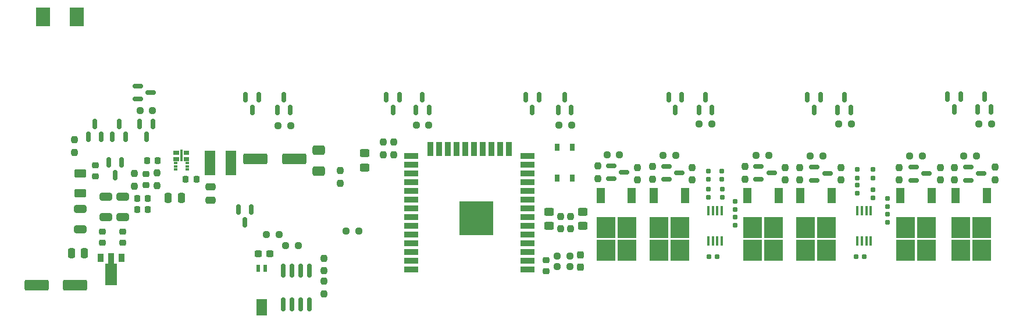
<source format=gbr>
%TF.GenerationSoftware,KiCad,Pcbnew,(6.0.7)*%
%TF.CreationDate,2023-04-19T22:26:27+02:00*%
%TF.ProjectId,mainboard,6d61696e-626f-4617-9264-2e6b69636164,rev?*%
%TF.SameCoordinates,Original*%
%TF.FileFunction,Paste,Top*%
%TF.FilePolarity,Positive*%
%FSLAX46Y46*%
G04 Gerber Fmt 4.6, Leading zero omitted, Abs format (unit mm)*
G04 Created by KiCad (PCBNEW (6.0.7)) date 2023-04-19 22:26:27*
%MOMM*%
%LPD*%
G01*
G04 APERTURE LIST*
G04 Aperture macros list*
%AMRoundRect*
0 Rectangle with rounded corners*
0 $1 Rounding radius*
0 $2 $3 $4 $5 $6 $7 $8 $9 X,Y pos of 4 corners*
0 Add a 4 corners polygon primitive as box body*
4,1,4,$2,$3,$4,$5,$6,$7,$8,$9,$2,$3,0*
0 Add four circle primitives for the rounded corners*
1,1,$1+$1,$2,$3*
1,1,$1+$1,$4,$5*
1,1,$1+$1,$6,$7*
1,1,$1+$1,$8,$9*
0 Add four rect primitives between the rounded corners*
20,1,$1+$1,$2,$3,$4,$5,0*
20,1,$1+$1,$4,$5,$6,$7,0*
20,1,$1+$1,$6,$7,$8,$9,0*
20,1,$1+$1,$8,$9,$2,$3,0*%
%AMFreePoly0*
4,1,9,3.862500,-0.866500,0.737500,-0.866500,0.737500,-0.450000,-0.737500,-0.450000,-0.737500,0.450000,0.737500,0.450000,0.737500,0.866500,3.862500,0.866500,3.862500,-0.866500,3.862500,-0.866500,$1*%
G04 Aperture macros list end*
%ADD10RoundRect,0.160000X-0.197500X-0.160000X0.197500X-0.160000X0.197500X0.160000X-0.197500X0.160000X0*%
%ADD11RoundRect,0.160000X-0.160000X0.197500X-0.160000X-0.197500X0.160000X-0.197500X0.160000X0.197500X0*%
%ADD12RoundRect,0.150000X-0.150000X0.587500X-0.150000X-0.587500X0.150000X-0.587500X0.150000X0.587500X0*%
%ADD13RoundRect,0.237500X-0.250000X-0.237500X0.250000X-0.237500X0.250000X0.237500X-0.250000X0.237500X0*%
%ADD14RoundRect,0.250000X-0.650000X0.412500X-0.650000X-0.412500X0.650000X-0.412500X0.650000X0.412500X0*%
%ADD15RoundRect,0.250000X-0.450000X0.325000X-0.450000X-0.325000X0.450000X-0.325000X0.450000X0.325000X0*%
%ADD16RoundRect,0.250000X0.450000X-0.325000X0.450000X0.325000X-0.450000X0.325000X-0.450000X-0.325000X0*%
%ADD17RoundRect,0.225000X0.225000X0.250000X-0.225000X0.250000X-0.225000X-0.250000X0.225000X-0.250000X0*%
%ADD18RoundRect,0.150000X-0.587500X-0.150000X0.587500X-0.150000X0.587500X0.150000X-0.587500X0.150000X0*%
%ADD19RoundRect,0.250000X-0.475000X0.250000X-0.475000X-0.250000X0.475000X-0.250000X0.475000X0.250000X0*%
%ADD20RoundRect,0.225000X0.250000X-0.225000X0.250000X0.225000X-0.250000X0.225000X-0.250000X-0.225000X0*%
%ADD21RoundRect,0.237500X0.237500X-0.250000X0.237500X0.250000X-0.237500X0.250000X-0.237500X-0.250000X0*%
%ADD22RoundRect,0.250000X0.250000X0.475000X-0.250000X0.475000X-0.250000X-0.475000X0.250000X-0.475000X0*%
%ADD23RoundRect,0.250000X1.500000X0.550000X-1.500000X0.550000X-1.500000X-0.550000X1.500000X-0.550000X0*%
%ADD24RoundRect,0.250000X-0.250000X-0.475000X0.250000X-0.475000X0.250000X0.475000X-0.250000X0.475000X0*%
%ADD25R,0.450000X1.400000*%
%ADD26RoundRect,0.150000X0.150000X-0.587500X0.150000X0.587500X-0.150000X0.587500X-0.150000X-0.587500X0*%
%ADD27RoundRect,0.218750X-0.256250X0.218750X-0.256250X-0.218750X0.256250X-0.218750X0.256250X0.218750X0*%
%ADD28R,2.750000X3.050000*%
%ADD29R,1.200000X2.200000*%
%ADD30RoundRect,0.150000X0.150000X-0.825000X0.150000X0.825000X-0.150000X0.825000X-0.150000X-0.825000X0*%
%ADD31R,0.700000X1.000000*%
%ADD32R,0.600000X0.300000*%
%ADD33R,0.400000X1.730000*%
%ADD34RoundRect,0.237500X-0.237500X0.250000X-0.237500X-0.250000X0.237500X-0.250000X0.237500X0.250000X0*%
%ADD35RoundRect,0.250000X0.625000X-0.375000X0.625000X0.375000X-0.625000X0.375000X-0.625000X-0.375000X0*%
%ADD36R,1.500000X3.600000*%
%ADD37RoundRect,0.250000X-1.500000X-0.550000X1.500000X-0.550000X1.500000X0.550000X-1.500000X0.550000X0*%
%ADD38RoundRect,0.225000X-0.225000X-0.250000X0.225000X-0.250000X0.225000X0.250000X-0.225000X0.250000X0*%
%ADD39RoundRect,0.237500X0.250000X0.237500X-0.250000X0.237500X-0.250000X-0.237500X0.250000X-0.237500X0*%
%ADD40R,0.900000X1.300000*%
%ADD41FreePoly0,270.000000*%
%ADD42RoundRect,0.250000X-0.650000X0.325000X-0.650000X-0.325000X0.650000X-0.325000X0.650000X0.325000X0*%
%ADD43R,2.150000X2.800000*%
%ADD44R,0.600000X1.100000*%
%ADD45R,1.500000X2.400000*%
%ADD46RoundRect,0.237500X0.237500X-0.300000X0.237500X0.300000X-0.237500X0.300000X-0.237500X-0.300000X0*%
%ADD47R,2.000000X0.900000*%
%ADD48R,0.900000X2.000000*%
%ADD49R,5.000000X5.000000*%
%ADD50RoundRect,0.237500X-0.300000X-0.237500X0.300000X-0.237500X0.300000X0.237500X-0.300000X0.237500X0*%
G04 APERTURE END LIST*
%TO.C,U2*%
G36*
X107450000Y-92575000D02*
G01*
X108250000Y-92575000D01*
X108250000Y-93175000D01*
X107450000Y-93175000D01*
X107450000Y-92575000D01*
G37*
G36*
X107450000Y-91675000D02*
G01*
X108250000Y-91675000D01*
X108250000Y-92275000D01*
X107450000Y-92275000D01*
X107450000Y-91675000D01*
G37*
G36*
X105950000Y-91675000D02*
G01*
X106750000Y-91675000D01*
X106750000Y-92275000D01*
X105950000Y-92275000D01*
X105950000Y-91675000D01*
G37*
G36*
X105950000Y-92575000D02*
G01*
X106750000Y-92575000D01*
X106750000Y-93175000D01*
X105950000Y-93175000D01*
X105950000Y-92575000D01*
G37*
%TD*%
D10*
%TO.C,R29*%
X183905000Y-107100000D03*
X185100000Y-107100000D03*
%TD*%
D11*
%TO.C,R30*%
X185825000Y-97227500D03*
X185825000Y-98422500D03*
%TD*%
D12*
%TO.C,D13*%
X220550000Y-83800000D03*
X218650000Y-83800000D03*
X219600000Y-85675000D03*
%TD*%
D13*
%TO.C,R2*%
X101075000Y-85837500D03*
X102900000Y-85837500D03*
%TD*%
D14*
%TO.C,C17*%
X127075000Y-91537500D03*
X127075000Y-94662500D03*
%TD*%
D15*
%TO.C,D10*%
X160590000Y-100522500D03*
X160590000Y-102572500D03*
%TD*%
D11*
%TO.C,R28*%
X183800000Y-94602500D03*
X183800000Y-95797500D03*
%TD*%
D16*
%TO.C,D6*%
X133775000Y-94075000D03*
X133775000Y-92025000D03*
%TD*%
D17*
%TO.C,C11*%
X102200000Y-98625000D03*
X100650000Y-98625000D03*
%TD*%
D18*
%TO.C,Q12*%
X191137500Y-93950000D03*
X191137500Y-95850000D03*
X193012500Y-94900000D03*
%TD*%
D11*
%TO.C,R46*%
X209900000Y-100902500D03*
X209900000Y-102097500D03*
%TD*%
D19*
%TO.C,C15*%
X111375000Y-96950000D03*
X111375000Y-98850000D03*
%TD*%
D20*
%TO.C,C4*%
X95625000Y-105000000D03*
X95625000Y-103450000D03*
%TD*%
D21*
%TO.C,R20*%
X167700000Y-95712500D03*
X167700000Y-93887500D03*
%TD*%
%TO.C,R37*%
X197100000Y-95912500D03*
X197100000Y-94087500D03*
%TD*%
%TO.C,R34*%
X189175000Y-95812500D03*
X189175000Y-93987500D03*
%TD*%
D22*
%TO.C,C2*%
X92975000Y-106525000D03*
X91075000Y-106525000D03*
%TD*%
D23*
%TO.C,C1*%
X91590000Y-111230000D03*
X85990000Y-111230000D03*
%TD*%
D18*
%TO.C,Q9*%
X177712500Y-93950000D03*
X177712500Y-95850000D03*
X179587500Y-94900000D03*
%TD*%
D21*
%TO.C,R51*%
X219600000Y-95912500D03*
X219600000Y-94087500D03*
%TD*%
D11*
%TO.C,R47*%
X209900000Y-98627500D03*
X209900000Y-99822500D03*
%TD*%
D24*
%TO.C,C14*%
X105175000Y-98550000D03*
X107075000Y-98550000D03*
%TD*%
D21*
%TO.C,R23*%
X175650000Y-95812500D03*
X175650000Y-93987500D03*
%TD*%
D25*
%TO.C,U6*%
X205525000Y-104800000D03*
X206175000Y-104800000D03*
X206825000Y-104800000D03*
X207475000Y-104800000D03*
X207475000Y-100400000D03*
X206825000Y-100400000D03*
X206175000Y-100400000D03*
X205525000Y-100400000D03*
%TD*%
D26*
%TO.C,Q5*%
X161950000Y-85737500D03*
X163850000Y-85737500D03*
X162900000Y-83862500D03*
%TD*%
D27*
%TO.C,FB1*%
X94575000Y-93812500D03*
X94575000Y-95387500D03*
%TD*%
D21*
%TO.C,R25*%
X181450000Y-95912500D03*
X181450000Y-94087500D03*
%TD*%
D12*
%TO.C,Q2*%
X102937500Y-87787500D03*
X101037500Y-87787500D03*
X101987500Y-89662500D03*
%TD*%
D13*
%TO.C,R16*%
X162087500Y-87900000D03*
X163912500Y-87900000D03*
%TD*%
D18*
%TO.C,Q14*%
X199262500Y-94050000D03*
X199262500Y-95950000D03*
X201137500Y-95000000D03*
%TD*%
D21*
%TO.C,R36*%
X194975000Y-95912500D03*
X194975000Y-94087500D03*
%TD*%
D28*
%TO.C,Q8*%
X176625000Y-106175000D03*
X179675000Y-106175000D03*
X179675000Y-102825000D03*
X176625000Y-102825000D03*
D29*
X180430000Y-98200000D03*
X175870000Y-98200000D03*
%TD*%
D12*
%TO.C,D12*%
X200150000Y-83862500D03*
X198250000Y-83862500D03*
X199200000Y-85737500D03*
%TD*%
%TO.C,D1*%
X98400000Y-93312500D03*
X96500000Y-93312500D03*
X97450000Y-95187500D03*
%TD*%
D30*
%TO.C,U3*%
X121920000Y-114025000D03*
X123190000Y-114025000D03*
X124460000Y-114025000D03*
X125730000Y-114025000D03*
X125730000Y-109075000D03*
X124460000Y-109075000D03*
X123190000Y-109075000D03*
X121920000Y-109075000D03*
%TD*%
D11*
%TO.C,R44*%
X207800000Y-97302500D03*
X207800000Y-98497500D03*
%TD*%
D31*
%TO.C,SW1*%
X163975000Y-91160000D03*
X163975000Y-95660000D03*
X161825000Y-91160000D03*
X161825000Y-95660000D03*
%TD*%
D12*
%TO.C,D7*%
X138850000Y-83862500D03*
X136950000Y-83862500D03*
X137900000Y-85737500D03*
%TD*%
D25*
%TO.C,U5*%
X183825000Y-104800000D03*
X184475000Y-104800000D03*
X185125000Y-104800000D03*
X185775000Y-104800000D03*
X185775000Y-100400000D03*
X185125000Y-100400000D03*
X184475000Y-100400000D03*
X183825000Y-100400000D03*
%TD*%
D12*
%TO.C,D8*%
X159150000Y-83862500D03*
X157250000Y-83862500D03*
X158200000Y-85737500D03*
%TD*%
D13*
%TO.C,R49*%
X213112500Y-92425000D03*
X214937500Y-92425000D03*
%TD*%
%TO.C,R14*%
X141287500Y-87900000D03*
X143112500Y-87900000D03*
%TD*%
D32*
%TO.C,U2*%
X106250000Y-93475000D03*
X106250000Y-93925000D03*
X106250000Y-94375000D03*
X107950000Y-94375000D03*
X107950000Y-93925000D03*
X107950000Y-93475000D03*
D33*
X107100000Y-92310000D03*
%TD*%
D21*
%TO.C,R39*%
X203100000Y-95912500D03*
X203100000Y-94087500D03*
%TD*%
D13*
%TO.C,R53*%
X223187500Y-87800000D03*
X225012500Y-87800000D03*
%TD*%
D21*
%TO.C,R15*%
X163780000Y-103020000D03*
X163780000Y-101195000D03*
%TD*%
D34*
%TO.C,R3*%
X100275000Y-94962500D03*
X100275000Y-96787500D03*
%TD*%
D11*
%TO.C,R27*%
X183800000Y-97227500D03*
X183800000Y-98422500D03*
%TD*%
D35*
%TO.C,F2*%
X92400000Y-97800000D03*
X92400000Y-95000000D03*
%TD*%
D21*
%TO.C,R54*%
X225600000Y-95887500D03*
X225600000Y-94062500D03*
%TD*%
D34*
%TO.C,R9*%
X127875000Y-110650000D03*
X127875000Y-112475000D03*
%TD*%
D13*
%TO.C,R6*%
X119487500Y-103850000D03*
X121312500Y-103850000D03*
%TD*%
D18*
%TO.C,Q19*%
X221662500Y-94050000D03*
X221662500Y-95950000D03*
X223537500Y-95000000D03*
%TD*%
D21*
%TO.C,R22*%
X173475000Y-95912500D03*
X173475000Y-94087500D03*
%TD*%
D26*
%TO.C,D2*%
X97075000Y-89637500D03*
X98975000Y-89637500D03*
X98025000Y-87762500D03*
%TD*%
D28*
%TO.C,Q11*%
X190250000Y-106175000D03*
X190250000Y-102825000D03*
X193300000Y-106175000D03*
X193300000Y-102825000D03*
D29*
X194055000Y-98200000D03*
X189495000Y-98200000D03*
%TD*%
D26*
%TO.C,Q10*%
X182450000Y-85737500D03*
X184350000Y-85737500D03*
X183400000Y-83862500D03*
%TD*%
D36*
%TO.C,L1*%
X111275000Y-93400000D03*
X114325000Y-93400000D03*
%TD*%
D37*
%TO.C,C16*%
X117900000Y-92875000D03*
X123500000Y-92875000D03*
%TD*%
D13*
%TO.C,R38*%
X198637500Y-92400000D03*
X200462500Y-92400000D03*
%TD*%
D17*
%TO.C,C10*%
X103675000Y-93100000D03*
X102125000Y-93100000D03*
%TD*%
D38*
%TO.C,C12*%
X107725000Y-95800000D03*
X109275000Y-95800000D03*
%TD*%
D13*
%TO.C,R7*%
X122287500Y-105425000D03*
X124112500Y-105425000D03*
%TD*%
%TO.C,R17*%
X161807500Y-108520000D03*
X163632500Y-108520000D03*
%TD*%
D10*
%TO.C,R43*%
X205302500Y-107100000D03*
X206497500Y-107100000D03*
%TD*%
D39*
%TO.C,R12*%
X132925000Y-103320000D03*
X131100000Y-103320000D03*
%TD*%
D28*
%TO.C,Q18*%
X223600000Y-106175000D03*
X223600000Y-102825000D03*
X220550000Y-102825000D03*
X220550000Y-106175000D03*
D29*
X224355000Y-98200000D03*
X219795000Y-98200000D03*
%TD*%
D11*
%TO.C,R33*%
X187700000Y-99052500D03*
X187700000Y-100247500D03*
%TD*%
D39*
%TO.C,R19*%
X163632500Y-106970000D03*
X161807500Y-106970000D03*
%TD*%
D40*
%TO.C,U1*%
X98360000Y-107230000D03*
D41*
X96860000Y-107317500D03*
D40*
X95360000Y-107230000D03*
%TD*%
D11*
%TO.C,R31*%
X185800000Y-94602500D03*
X185800000Y-95797500D03*
%TD*%
D28*
%TO.C,Q13*%
X201025000Y-102825000D03*
X197975000Y-102825000D03*
X197975000Y-106175000D03*
X201025000Y-106175000D03*
D29*
X201780000Y-98200000D03*
X197220000Y-98200000D03*
%TD*%
D13*
%TO.C,R24*%
X177237500Y-92300000D03*
X179062500Y-92300000D03*
%TD*%
%TO.C,R40*%
X202787500Y-87800000D03*
X204612500Y-87800000D03*
%TD*%
D18*
%TO.C,Q7*%
X169637500Y-93850000D03*
X169637500Y-95750000D03*
X171512500Y-94800000D03*
%TD*%
D13*
%TO.C,R35*%
X190762500Y-92300000D03*
X192587500Y-92300000D03*
%TD*%
D11*
%TO.C,R45*%
X207800000Y-94402500D03*
X207800000Y-95597500D03*
%TD*%
D20*
%TO.C,C9*%
X101925000Y-96625000D03*
X101925000Y-95075000D03*
%TD*%
D42*
%TO.C,C7*%
X98575000Y-98375000D03*
X98575000Y-101325000D03*
%TD*%
D12*
%TO.C,D5*%
X118350000Y-83862500D03*
X116450000Y-83862500D03*
X117400000Y-85737500D03*
%TD*%
D26*
%TO.C,D3*%
X93550000Y-89662500D03*
X95450000Y-89662500D03*
X94500000Y-87787500D03*
%TD*%
D34*
%TO.C,R10*%
X127875000Y-107287500D03*
X127875000Y-109112500D03*
%TD*%
D43*
%TO.C,F1*%
X91855000Y-72200000D03*
X86945000Y-72200000D03*
%TD*%
D12*
%TO.C,D4*%
X117310000Y-100222500D03*
X115410000Y-100222500D03*
X116360000Y-102097500D03*
%TD*%
D15*
%TO.C,D9*%
X165500000Y-100565000D03*
X165500000Y-102615000D03*
%TD*%
D44*
%TO.C,Y1*%
X118275000Y-108800000D03*
X119275000Y-108800000D03*
D45*
X118775000Y-114400000D03*
%TD*%
D13*
%TO.C,R21*%
X169062500Y-92225000D03*
X170887500Y-92225000D03*
%TD*%
D11*
%TO.C,R32*%
X187700000Y-101302500D03*
X187700000Y-102497500D03*
%TD*%
D46*
%TO.C,C18*%
X165230000Y-108562500D03*
X165230000Y-106837500D03*
%TD*%
D21*
%TO.C,R50*%
X217625000Y-95912500D03*
X217625000Y-94087500D03*
%TD*%
D34*
%TO.C,R4*%
X103525000Y-94887500D03*
X103525000Y-96712500D03*
%TD*%
D11*
%TO.C,R41*%
X205500000Y-96652500D03*
X205500000Y-97847500D03*
%TD*%
D26*
%TO.C,Q20*%
X223050000Y-85675000D03*
X224950000Y-85675000D03*
X224000000Y-83800000D03*
%TD*%
D18*
%TO.C,Q1*%
X100737500Y-82225000D03*
X100737500Y-84125000D03*
X102612500Y-83175000D03*
%TD*%
D11*
%TO.C,R42*%
X205500000Y-94402500D03*
X205500000Y-95597500D03*
%TD*%
D18*
%TO.C,Q17*%
X213687500Y-94050000D03*
X213687500Y-95950000D03*
X215562500Y-95000000D03*
%TD*%
D34*
%TO.C,R13*%
X138050000Y-90412500D03*
X138050000Y-92237500D03*
%TD*%
D28*
%TO.C,Q6*%
X168875000Y-106175000D03*
X171925000Y-102825000D03*
X168875000Y-102825000D03*
X171925000Y-106175000D03*
D29*
X172680000Y-98200000D03*
X168120000Y-98200000D03*
%TD*%
D13*
%TO.C,R5*%
X121187500Y-88000000D03*
X123012500Y-88000000D03*
%TD*%
%TO.C,R52*%
X220987500Y-92400000D03*
X222812500Y-92400000D03*
%TD*%
D42*
%TO.C,C5*%
X96075000Y-98375000D03*
X96075000Y-101325000D03*
%TD*%
D34*
%TO.C,R11*%
X136475000Y-90412500D03*
X136475000Y-92237500D03*
%TD*%
D13*
%TO.C,R26*%
X182487500Y-87800000D03*
X184312500Y-87800000D03*
%TD*%
D21*
%TO.C,R48*%
X211625000Y-95912500D03*
X211625000Y-94087500D03*
%TD*%
D26*
%TO.C,Q3*%
X121050000Y-85737500D03*
X122950000Y-85737500D03*
X122000000Y-83862500D03*
%TD*%
D47*
%TO.C,U4*%
X157525000Y-108955000D03*
X157525000Y-107685000D03*
X157525000Y-106415000D03*
X157525000Y-105145000D03*
X157525000Y-103875000D03*
X157525000Y-102605000D03*
X157525000Y-101335000D03*
X157525000Y-100065000D03*
X157525000Y-98795000D03*
X157525000Y-97525000D03*
X157525000Y-96255000D03*
X157525000Y-94985000D03*
X157525000Y-93715000D03*
X157525000Y-92445000D03*
D48*
X154740000Y-91445000D03*
X153470000Y-91445000D03*
X152200000Y-91445000D03*
X150930000Y-91445000D03*
X149660000Y-91445000D03*
X148390000Y-91445000D03*
X147120000Y-91445000D03*
X145850000Y-91445000D03*
X144580000Y-91445000D03*
X143310000Y-91445000D03*
D47*
X140525000Y-92445000D03*
X140525000Y-93715000D03*
X140525000Y-94985000D03*
X140525000Y-96255000D03*
X140525000Y-97525000D03*
X140525000Y-98795000D03*
X140525000Y-100065000D03*
X140525000Y-101335000D03*
X140525000Y-102605000D03*
X140525000Y-103875000D03*
X140525000Y-105145000D03*
X140525000Y-106415000D03*
X140525000Y-107685000D03*
X140525000Y-108955000D03*
D49*
X150025000Y-101455000D03*
%TD*%
D34*
%TO.C,R1*%
X91500000Y-90087500D03*
X91500000Y-91912500D03*
%TD*%
D12*
%TO.C,D11*%
X179950000Y-83862500D03*
X178050000Y-83862500D03*
X179000000Y-85737500D03*
%TD*%
D26*
%TO.C,Q15*%
X202650000Y-85737500D03*
X204550000Y-85737500D03*
X203600000Y-83862500D03*
%TD*%
D28*
%TO.C,Q16*%
X212500000Y-106175000D03*
X215550000Y-102825000D03*
X212500000Y-102825000D03*
X215550000Y-106175000D03*
D29*
X216305000Y-98200000D03*
X211745000Y-98200000D03*
%TD*%
D34*
%TO.C,R8*%
X130200000Y-94537500D03*
X130200000Y-96362500D03*
%TD*%
D17*
%TO.C,C13*%
X102225000Y-100250000D03*
X100675000Y-100250000D03*
%TD*%
D50*
%TO.C,C8*%
X118287500Y-106675000D03*
X120012500Y-106675000D03*
%TD*%
D27*
%TO.C,FB2*%
X160230000Y-107572500D03*
X160230000Y-109147500D03*
%TD*%
D26*
%TO.C,Q4*%
X141250000Y-85737500D03*
X143150000Y-85737500D03*
X142200000Y-83862500D03*
%TD*%
D20*
%TO.C,C6*%
X98575000Y-105000000D03*
X98575000Y-103450000D03*
%TD*%
D21*
%TO.C,R18*%
X162310000Y-103020000D03*
X162310000Y-101195000D03*
%TD*%
D42*
%TO.C,C3*%
X92400000Y-100125000D03*
X92400000Y-103075000D03*
%TD*%
M02*

</source>
